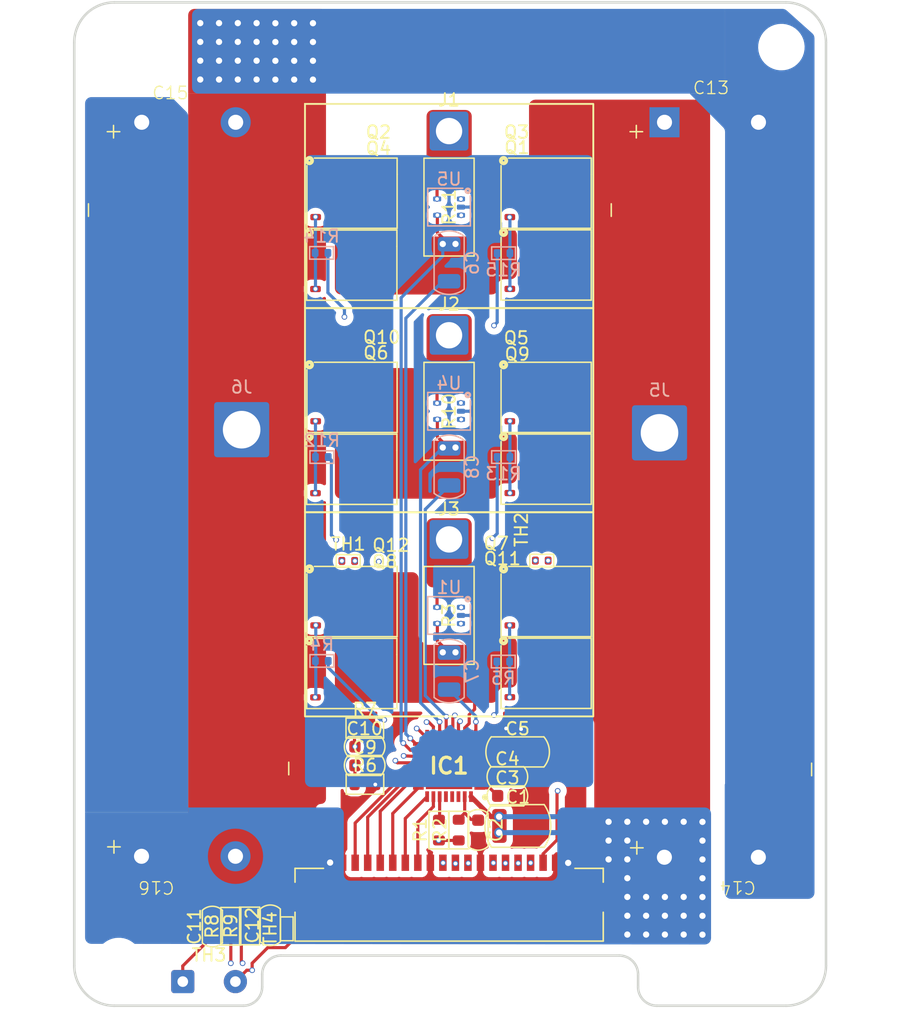
<source format=kicad_pcb>
(kicad_pcb (version 20221018) (generator pcbnew)
  (layers (0 "F.Cu" signal) (1 "In1.Cu" signal) (2 "In2.Cu" signal) (31 "B.Cu" signal) (34 "B.Paste" user) (35 "F.Paste" user) (36 "B.SilkS" user "B.Silkscreen") (37 "F.SilkS" user "F.Silkscreen") (38 "B.Mask" user) (39 "F.Mask" user) (44 "Edge.Cuts" user))
  (net 0 "")
  (net 1 "VCC")
  (net 2 "GND")
  (net 3 "Net-(IC1-RFE)")
  (net 4 "Net-(IC1-BJT_DR)")
  (net 5 "Net-(IC1-CP1)")
  (net 6 "Net-(IC1-CP2)")
  (net 7 "Net-(IC1-VCC)")
  (net 8 "Net-(IC1-VB3)")
  (net 9 "PHASE_C")
  (net 10 "Net-(IC1-VB1)")
  (net 11 "PHASE_A")
  (net 12 "Net-(IC1-VB2)")
  (net 13 "PHASE_B")
  (net 14 "TH_LOW")
  (net 15 "TH_HIGH")
  (net 16 "TH_DRIVER")
  (net 17 "TH_BOARD")
  (net 18 "Net-(IC1-HO1)")
  (net 19 "Net-(IC1-LO1)")
  (net 20 "Net-(IC1-HO2)")
  (net 21 "Net-(IC1-LO2)")
  (net 22 "Net-(IC1-HO3)")
  (net 23 "Net-(IC1-LO3)")
  (net 24 "LIN_C")
  (net 25 "LIN_B")
  (net 26 "LIN_A")
  (net 27 "HIN_C")
  (net 28 "HIN_B")
  (net 29 "HIN_A")
  (net 30 "Net-(IC1-ITRIP_CONF)")
  (net 35 "PHASE_C_CONN")
  (net 36 "PHASE_B_CONN")
  (net 37 "PHASE_A_CONN")
  (net 38 "CS_A")
  (net 39 "CS_B")
  (net 40 "CS_C")
  (net 41 "+3.3V")
  (net 42 "Net-(Q1-G)")
  (net 43 "Net-(Q2-G)")
  (net 44 "Net-(Q5-G)")
  (net 45 "Net-(Q10-G)")
  (net 46 "Net-(Q11-G)")
  (net 47 "Net-(Q12-G)")
  (footprint "Connector_Wire:SolderWire-1.5sqmm_1x01_D1.7mm_OD3mm" (layer "F.Cu") (at 29.914 42.8183)
    (fp_text reference "J3")
    (fp_text value "PHASE_A")
  )
  (footprint "PCM_Capacitor_SMD_AKL:C_0603_1608Metric" (layer "F.Cu") (at 11.024 73.6916 90)
    (fp_text reference "C11")
    (fp_text value "C" hide)
  )
  (footprint "PCM_Resistor_SMD_AKL:R_0402_1005Metric" (layer "F.Cu") (at 37.313 44.507)
    (fp_text reference "TH2")
    (fp_text value "Thermistor_NTC" hide)
  )
  (footprint "PCM_Resistor_SMD_AKL:R_2512_6332Metric" (layer "F.Cu") (at 29.914 16.3208 -90)
    (fp_text reference "R11")
    (fp_text value "1m" hide)
  )
  (footprint "CycleIQ:QFN50P500X500X90-33N-D" (layer "F.Cu") (at 29.914 60.8796 180)
    (fp_text reference "IC1")
    (fp_text value "6ED2742S01QXTMA1" hide)
  )
  (footprint "PCM_Resistor_SMD_AKL:R_0603_1608Metric" (layer "F.Cu") (at 23.1906 57.8674)
    (fp_text reference "R7")
    (fp_text value "10k" hide)
  )
  (footprint "MountingHole:MountingHole_3.2mm_M3" (layer "F.Cu") (at 3.5564 76.4348)
    (fp_text reference "REF**" hide)
    (fp_text value "MountingHole_3.2mm_M3")
  )
  (footprint "Connector_Wire:SolderWire-1.5sqmm_1x01_D1.7mm_OD3mm" (layer "F.Cu") (at 29.914 26.5389)
    (fp_text reference "J2")
    (fp_text value "PHASE_B")
  )
  (footprint "PCM_Resistor_SMD_AKL:R_0603_1608Metric" (layer "F.Cu") (at 13.9958 73.6408 90)
    (fp_text reference "R9")
    (fp_text value "10k" hide)
  )
  (footprint "PCM_Package_SON_AKL:Infineon_PG-TDSON-8" (layer "F.Cu") (at 37.6654 15.2125)
    (fp_text reference "Q3")
    (fp_text value "TPH1R306PL" hide)
  )
  (footprint "PCM_Resistor_SMD_AKL:R_0603_1608Metric" (layer "F.Cu") (at 12.4972 73.6662 90)
    (fp_text reference "R8")
    (fp_text value "10k" hide)
  )
  (footprint "PCM_Package_SON_AKL:Infineon_PG-TDSON-8" (layer "F.Cu") (at 37.6654 47.7713)
    (fp_text reference "Q7")
    (fp_text value "TPH1R306PL" hide)
  )
  (footprint "CycleIQ:CAPACITOR_16mm_27mm-reverse" (layer "F.Cu") (at 50.8512 59.661 180)
    (fp_text reference "C14")
    (fp_text value "680uF")
  )
  (footprint "Connector_Wire:SolderWire-0.25sqmm_1x02_P4.2mm_D0.65mm_OD1.7mm" (layer "F.Cu") (at 8.6618 78.0776)
    (fp_text reference "TH3")
    (fp_text value "Thermistor_NTC")
  )
  (footprint "PCM_Package_SON_AKL:Infineon_PG-TDSON-8" (layer "F.Cu") (at 22.1688 15.2125)
    (fp_text reference "Q2")
    (fp_text value "TPH1R306PL" hide)
  )
  (footprint "MountingHole:MountingHole_3.2mm_M3" (layer "F.Cu") (at 56.4392 76.4348)
    (fp_text reference "REF**" hide)
    (fp_text value "MountingHole_3.2mm_M3")
  )
  (footprint "PCM_Resistor_SMD_AKL:R_0402_1005Metric" (layer "F.Cu") (at 21.8698 44.5324)
    (fp_text reference "TH1")
    (fp_text value "Thermistor_NTC" hide)
  )
  (footprint "PCM_Package_SON_AKL:Infineon_PG-TDSON-8" (layer "F.Cu") (at 22.1526 20.9479)
    (fp_text reference "Q4")
    (fp_text value "TPH1R306PL" hide)
  )
  (footprint "MountingHole:MountingHole_3.2mm_M3" (layer "F.Cu") (at 3.5564 3.5622)
    (fp_text reference "REF**" hide)
    (fp_text value "MountingHole_3.2mm_M3")
  )
  (footprint "CycleIQ:686120148922" (layer "F.Cu") (at 29.9216 71.34925)
    (fp_text reference "J4" hide)
    (fp_text value "Conn_01x20")
  )
  (footprint "PCM_Capacitor_SMD_AKL:C_0603_1608Metric" (layer "F.Cu") (at 15.6468 73.59 90)
    (fp_text reference "C12")
    (fp_text value "C" hide)
  )
  (footprint "PCM_Capacitor_SMD_AKL:C_1206_3216Metric" (layer "F.Cu") (at 35.3826 59.763)
    (fp_text reference "C5")
    (fp_text value "10uF/25V" hide)
  )
  (footprint "PCM_Package_SON_AKL:Infineon_PG-TDSON-8" (layer "F.Cu") (at 37.6654 31.4919)
    (fp_text reference "Q5")
    (fp_text value "TPH1R306PL" hide)
  )
  (footprint "PCM_Package_SON_AKL:Infineon_PG-TDSON-8" (layer "F.Cu") (at 22.1688 47.7713)
    (fp_text reference "Q12")
    (fp_text value "TPH1R306PL" hide)
  )
  (footprint "PCM_Package_SON_AKL:Infineon_PG-TDSON-8" (layer "F.Cu") (at 37.6654 53.4965)
    (fp_text reference "Q11")
    (fp_text value "TPH1R306PL" hide)
  )
  (footprint "MountingHole:MountingHole_3.2mm_M3" (layer "F.Cu") (at 56.4392 3.5622)
    (fp_text reference "REF**" hide)
    (fp_text value "MountingHole_3.2mm_M3")
  )
  (footprint "PCM_Resistor_SMD_AKL:R_0603_1608Metric" (layer "F.Cu") (at 23.2028 62.3378)
    (fp_text reference "R6")
    (fp_text value "10k" hide)
  )
  (footprint "PCM_Package_SON_AKL:Infineon_PG-TDSON-8" (layer "F.Cu") (at 37.6654 20.9377)
    (fp_text reference "Q1")
    (fp_text value "TPH1R306PL" hide)
  )
  (footprint "PCM_Capacitor_SMD_AKL:C_0603_1608Metric" (layer "F.Cu") (at 23.1782 59.3406)
    (fp_text reference "C10")
    (fp_text value "C" hide)
  )
  (footprint "PCM_Package_SON_AKL:Infineon_PG-TDSON-8" (layer "F.Cu") (at 22.1526 37.2273)
    (fp_text reference "Q6")
    (fp_text value "TPH1R306PL" hide)
  )
  (footprint "PCM_Package_SON_AKL:Infineon_PG-TDSON-8" (layer "F.Cu") (at 37.6654 37.2171)
    (fp_text reference "Q9")
    (fp_text value "TPH1R306PL" hide)
  )
  (footprint "PCM_Capacitor_SMD_AKL:C_0603_1608Metric" (layer "F.Cu") (at 23.1782 60.8392)
    (fp_text reference "C9")
    (fp_text value "C" hide)
  )
  (footprint "CycleIQ:CAPACITOR_16mm_27mm-reverse" (layer "F.Cu") (at 9.119 59.5848 180)
    (fp_text reference "C16")
    (fp_text value "680uF")
  )
  (footprint "PCM_Capacitor_SMD_AKL:C_0603_1608Metric" (layer "F.Cu") (at 32.233 65.9824 -90)
    (fp_text reference "C2")
    (fp_text value "1nF" hide)
  )
  (footprint "PCM_Package_SON_AKL:Infineon_PG-TDSON-8" (layer "F.Cu") (at 22.1688 31.4919)
    (fp_text reference "Q10")
    (fp_text value "TPH1R306PL" hide)
  )
  (footprint "CycleIQ:CAPACITOR_16mm_27mm" (layer "F.Cu") (at 50.8604 0.0566)
    (fp_text reference "C13")
    (fp_text value "680uF" hide)
  )
  (footprint "PCM_Capacitor_SMD_AKL:C_1210_3225Metric" (layer "F.Cu") (at 35.408 65.6652)
    (fp_text reference "C1")
    (fp_text value "10uF/100V" hide)
  )
  (footprint "PCM_Resistor_SMD_AKL:R_2512_6332Metric" (layer "F.Cu") (at 29.914 48.8796 -90)
    (fp_text reference "R3")
    (fp_text value "1m" hide)
  )
  (footprint "Connector_Wire:SolderWire-1.5sqmm_1x01_D1.7mm_OD3mm" (layer "F.Cu") (at 29.914 10.2595)
    (fp_text reference "J1")
    (fp_text value "PHASE_C")
  )
  (footprint "PCM_Resistor_SMD_AKL:R_0603_1608Metric" (layer "F.Cu") (at 29.1088 65.9954 90)
    (fp_text reference "R1")
    (fp_text value "100k" hide)
  )
  (footprint "PCM_Package_SON_AKL:Infineon_PG-TDSON-8" (layer "F.Cu") (at 22.1526 53.5067)
    (fp_text reference "Q8")
    (fp_text value "TPH1R306PL" hide)
  )
  (footprint "PCM_Resistor_SMD_AKL:R_0603_1608Metric" (layer "F.Cu") (at 30.6836 65.9954 90)
    (fp_text reference "R2")
    (fp_text value "1M" hide)
  )
  (footprint "CycleIQ:CAPACITOR_16mm_27mm" (layer "F.Cu") (at 9.1352 0.0566)
    (fp_text reference "C15")
    (fp_text value "680uF" hide)
  )
  (footprint "PCM_Resistor_SMD_AKL:R_2512_6332Metric" (layer "F.Cu") (at 29.914 32.6002 -90)
    (fp_text reference "R10")
    (fp_text value "1m" hide)
  )
  (footprint "PCM_Capacitor_SMD_AKL:C_0603_1608Metric" (layer "F.Cu") (at 34.5698 61.7442)
    (fp_text reference "C4")
    (fp_text value "10nF/25V" hide)
  )
  (footprint "PCM_Resistor_SMD_AKL:R_0402_1005Metric" (layer "F.Cu") (at 16.9676 73.8694 90)
    (fp_text reference "TH4")
    (fp_text value "Thermistor_NTC" hide)
  )
  (footprint "PCM_Capacitor_SMD_AKL:C_0603_1608Metric" (layer "F.Cu") (at 34.5698 63.2682)
    (fp_text reference "C3")
    (fp_text value "1uF" hide)
  )
  (footprint "PCM_Package_TO_SOT_SMD_AKL:SOT-353_SC-70-5" (layer "B.Cu") (at 29.914 48.8796 180)
    (fp_text reference "U1")
    (fp_text value "~" hide)
  )
  (footprint "PCM_Package_TO_SOT_SMD_AKL:SOT-353_SC-70-5" (layer "B.Cu") (at 29.914 32.6002 180)
    (fp_text reference "U4")
    (fp_text value "~" hide)
  )
  (footprint "PCM_Capacitor_SMD_AKL:C_1206_3216Metric" (layer "B.Cu") (at 29.9216 53.3208 90)
    (fp_text reference "C7")
    (fp_text value "2.2uF" hide)
  )
  (footprint "PCM_Resistor_SMD_AKL:R_0402_1005Metric" (layer "B.Cu") (at 34.265 36.252)
    (fp_text reference "R13")
    (fp_text value "22" hide)
  )
  (footprint "PCM_Resistor_SMD_AKL:R_0402_1005Metric" (layer "B.Cu") (at 19.7616 52.508 180)
    (fp_text reference "R4")
    (fp_text value "22" hide)
  )
  (footprint "PCM_Capacitor_SMD_AKL:C_1206_3216Metric" (layer "B.Cu") (at 29.9216 20.758 90)
    (fp_text reference "C6")
    (fp_text value "2.2uF" hide)
  )
  (footprint "PCM_Resistor_SMD_AKL:R_0402_1005Metric" (layer "B.Cu") (at 34.2396 52.5588)
    (fp_text reference "R5")
    (fp_text value "22" hide)
  )
  (footprint "PCM_Package_TO_SOT_SMD_AKL:SOT-353_SC-70-5" (layer "B.Cu") (at 29.914 16.3208 180)
    (fp_text reference "U5")
    (fp_text value "~" hide)
  )
  (footprint "Connector_Wire:SolderWire-2.5sqmm_1x01_D2.4mm_OD4.4mm" (layer "B.Cu") (at 46.711 34.3216 180)
    (fp_text reference "J5")
    (fp_text value "BAT+")
  )
  (footprint "PCM_Resistor_SMD_AKL:R_0402_1005Metric" (layer "B.Cu") (at 34.265 19.996)
    (fp_text reference "R15")
    (fp_text value "22" hide)
  )
  (footprint "PCM_Resistor_SMD_AKL:R_0402_1005Metric" (layer "B.Cu") (at 19.7616 36.252 180)
    (fp_text reference "R12")
    (fp_text value "22" hide)
  )
  (footprint "PCM_Resistor_SMD_AKL:R_0402_1005Metric" (layer "B.Cu") (at 19.7362 19.9706 180)
    (fp_text reference "R14")
    (fp_text value "22" hide)
  )
  (footprint "Connector_Wire:SolderWire-2.5sqmm_1x01_D2.4mm_OD4.4mm" (layer "B.Cu") (at 13.3608 34.0676 180)
    (fp_text reference "J6")
    (fp_text value "BAT-")
  )
  (footprint "PCM_Capacitor_SMD_AKL:C_1206_3216Metric" (layer "B.Cu") (at 29.9216 37.0394 90)
    (fp_text reference "C8")
    (fp_text value "2.2uF" hide)
  )
  (gr_rect (start 18.4164 40.6521) (end 41.4268 56.9315) (stroke (width 0.15)) (fill none) (layer "F.SilkS"))
  (gr_rect (start 18.4164 24.3727) (end 41.4268 40.6521) (stroke (width 0.15)) (fill none) (layer "F.SilkS"))
  (gr_rect (start 18.4164 8.0933) (end 41.4268 24.3727) (stroke (width 0.15)) (fill none) (layer "F.SilkS"))
  (gr_line (start 45 77.5) (end 45 78.5) (stroke (width 0.2)) (layer "Edge.Cuts"))
  (gr_arc (start 60 76.8) (mid 59.062742 79.062742) (end 56.8 80) (stroke (width 0.2)) (layer "Edge.Cuts"))
  (gr_line (start 15 77.5) (end 15 78.5) (stroke (width 0.2)) (layer "Edge.Cuts"))
  (gr_line (start 16.5 76) (end 43.5 76) (stroke (width 0.2)) (layer "Edge.Cuts"))
  (gr_line (start 60 3.2) (end 60 76.8) (stroke (width 0.2)) (layer "Edge.Cuts"))
  (gr_arc (start 43.5 76) (mid 44.56066 76.43934) (end 45 77.5) (stroke (width 0.2)) (layer "Edge.Cuts"))
  (gr_arc (start 46.5 80) (mid 45.43934 79.56066) (end 45 78.5) (stroke (width 0.2)) (layer "Edge.Cuts"))
  (gr_arc (start 15 78.5) (mid 14.56066 79.56066) (end 13.5 80) (stroke (width 0.2)) (layer "Edge.Cuts"))
  (gr_line (start 0 76.8) (end 0 3.2) (stroke (width 0.2)) (layer "Edge.Cuts"))
  (gr_line (start 56.8 80) (end 46.5 80) (stroke (width 0.2)) (layer "Edge.Cuts"))
  (gr_line (start 13.5 80) (end 3.2 80) (stroke (width 0.2)) (layer "Edge.Cuts"))
  (gr_arc (start 0 3.2) (mid 0.937258 0.937258) (end 3.2 0) (stroke (width 0.2)) (layer "Edge.Cuts"))
  (gr_line (start 3.2 0) (end 56.8 0) (stroke (width 0.2)) (layer "Edge.Cuts"))
  (gr_arc (start 56.8 0) (mid 59.062742 0.937258) (end 60 3.2) (stroke (width 0.2)) (layer "Edge.Cuts"))
  (gr_arc (start 15 77.5) (mid 15.43934 76.43934) (end 16.5 76) (stroke (width 0.2)) (layer "Edge.Cuts"))
  (gr_arc (start 3.2 80) (mid 0.937258 79.062742) (end 0 76.8) (stroke (width 0.2)) (layer "Edge.Cuts"))
  (segment (start 33.9094 65.575) (end 33.933 65.5986) (width 0.4) (layer "F.Cu") (net 1))
  (segment (start 33.263 64.9286) (end 33.9094 64.9286) (width 0.4) (layer "F.Cu") (net 1))
  (segment (start 33.9094 66.1986) (end 33.933 65.6652) (width 0.4) (layer "F.Cu") (net 1))
  (segment (start 31.664 63.3296) (end 33.263 64.9286) (width 0.4) (layer "F.Cu") (net 1))
  (segment (start 33.933 65.5986) (end 33.9094 66.1986) (width 0.4) (layer "F.Cu") (net 1))
  (segment (start 33.9094 64.9286) (end 33.9094 65.575) (width 0.4) (layer "F.Cu") (net 1))
  (via (at 50.14 72.8346) (size 0.8) (drill 0.5) (layers "F.Cu" "B.Cu") (net 1))
  (via (at 44.1442 72.8266) (size 0.8) (drill 0.5) (layers "F.Cu" "B.Cu") (net 1))
  (via (at 44.1442 68.3308) (size 0.8) (drill 0.5) (layers "F.Cu" "B.Cu") (net 1))
  (via (at 48.64 65.3336) (size 0.8) (drill 0.5) (layers "F.Cu" "B.Cu") (net 1))
  (via (at 47.1414 74.3266) (size 0.8) (drill 0.5) (layers "F.Cu" "B.Cu") (net 1))
  (via (at 50.14 66.8388) (size 0.8) (drill 0.5) (layers "F.Cu" "B.Cu") (net 1))
  (via (at 33.9094 64.9286) (size 0.8) (drill 0.5) (layers "F.Cu" "B.Cu") (net 1))
  (via (at 39.4212 68.6116) (size 0.8) (drill 0.5) (layers "F.Cu" "B.Cu") (net 1))
  (via (at 42.6456 68.3322) (size 0.8) (drill 0.5) (layers "F.Cu" "B.Cu") (net 1))
  (via (at 42.6456 65.335) (size 0.8) (drill 0.5) (layers "F.Cu" "B.Cu") (net 1))
  (via (at 47.1414 65.3336) (size 0.8) (drill 0.5) (layers "F.Cu" "B.Cu") (net 1))
  (via (at 44.1442 65.3336) (size 0.8) (drill 0.5) (layers "F.Cu" "B.Cu") (net 1))
  (via (at 33.9094 66.1986) (size 0.8) (drill 0.5) (layers "F.Cu" "B.Cu") (net 1))
  (via (at 50.14 68.3388) (size 0.8) (drill 0.5) (layers "F.Cu" "B.Cu") (net 1))
  (via (at 45.6428 71.328) (size 0.8) (drill 0.5) (layers "F.Cu" "B.Cu") (net 1))
  (via (at 48.64 74.3266) (size 0.8) (drill 0.5) (layers "F.Cu" "B.Cu") (net 1))
  (via (at 42.6456 66.8322) (size 0.8) (drill 0.5) (layers "F.Cu" "B.Cu") (net 1))
  (via (at 45.6428 74.3266) (size 0.8) (drill 0.5) (layers "F.Cu" "B.Cu") (net 1))
  (via (at 47.1414 71.328) (size 0.8) (drill 0.5) (layers "F.Cu" "B.Cu") (net 1))
  (via (at 48.64 72.8266) (size 0.8) (drill 0.5) (layers "F.Cu" "B.Cu") (net 1))
  (via (at 44.1442 71.328) (size 0.8) (drill 0.5) (layers "F.Cu" "B.Cu") (net 1))
  (via (at 20.422 68.5862) (size 0.8) (drill 0.5) (layers "F.Cu" "B.Cu") (net 1))
  (via (at 45.6428 65.3336) (size 0.8) (drill 0.5) (layers "F.Cu" "B.Cu") (net 1))
  (via (at 48.64 71.328) (size 0.8) (drill 0.5) (layers "F.Cu" "B.Cu") (net 1))
  (via (at 44.1442 74.3266) (size 0.8) (drill 0.5) (layers "F.Cu" "B.Cu") (net 1))
  (via (at 50.14 69.8374) (size 0.8) (drill 0.5) (layers "F.Cu" "B.Cu") (net 1))
  (via (at 50.14 74.3346) (size 0.8) (drill 0.5) (layers "F.Cu" "B.Cu") (net 1))
  (via (at 50.14 71.336) (size 0.8) (drill 0.5) (layers "F.Cu" "B.Cu") (net 1))
  (via (at 45.6428 72.8266) (size 0.8) (drill 0.5) (layers "F.Cu" "B.Cu") (net 1))
  (via (at 50.14 65.3416) (size 0.8) (drill 0.5) (layers "F.Cu" "B.Cu") (net 1))
  (via (at 44.1442 66.8308) (size 0.8) (drill 0.5) (layers "F.Cu" "B.Cu") (net 1))
  (via (at 44.1442 69.8294) (size 0.8) (drill 0.5) (layers "F.Cu" "B.Cu") (net 1))
  (via (at 47.1414 72.8266) (size 0.8) (drill 0.5) (layers "F.Cu" "B.Cu") (net 1))
  (segment (start 33.9094 66.1986) (end 39.091 66.1986) (width 0.4) (layer "B.Cu") (net 1))
  (segment (start 33.9094 64.9286) (end 38.9132 64.9286) (width 0.4) (layer "B.Cu") (net 1))
  (segment (start 20.56715 67.2908) (end 18.8218 67.2908) (width 0.25) (layer "F.Cu") (net 2))
  (segment (start 32.364 58.9302) (end 33.4014 57.8928) (width 0.25) (layer "F.Cu") (net 2))
  (segment (start 32.364 60.1296) (end 32.364 59.1296) (width 0.25) (layer "F.Cu") (net 2))
  (segment (start 19.4828 72.574) (end 15.8878 72.574) (width 0.25) (layer "F.Cu") (net 2))
  (segment (start 11.024 72.9166) (end 12.4218 72.9166) (width 0.25) (layer "F.Cu") (net 2))
  (segment (start 21.4216 68.14525) (end 20.56715 67.2908) (width 0.25) (layer "F.Cu") (net 2))
  (segment (start 19.7362 72.8026) (end 19.7238 72.815) (width 0.25) (layer "F.Cu") (net 2))
  (segment (start 12.4218 72.9166) (end 12.4972 72.8412) (width 0.25) (layer "F.Cu") (net 2))
  (segment (start 20.3458 72.193) (end 20.3458 72.0406) (width 0.25) (layer "F.Cu") (net 2))
  (segment (start 13.9958 72.8158) (end 15.646 72.8158) (width 0.25) (layer "F.Cu") (net 2))
  (segment (start 15.8878 72.574) (end 15.6468 72.815) (width 0.25) (layer "F.Cu") (net 2))
  (segment (start 15.646 72.8158) (end 15.6468 72.815) (width 0.25) (layer "F.Cu") (net 2))
  (segment (start 21.4216 68.59925) (end 21.4216 68.14525) (width 0.25) (layer "F.Cu") (net 2))
  (segment (start 13.9704 72.8412) (end 13.9958 72.8158) (width 0.25) (layer "F.Cu") (net 2))
  (segment (start 12.4972 72.8412) (end 13.9704 72.8412) (width 0.25) (layer "F.Cu") (net 2))
  (segment (start 19.7238 72.815) (end 20.3458 72.193) (width 0.25) (layer "F.Cu") (net 2))
  (segment (start 32.364 59.1296) (end 32.364 58.9302) (width 0.25) (layer "F.Cu") (net 2))
  (segment (start 19.7238 72.815) (end 19.4828 72.574) (width 0.25) (layer "F.Cu") (net 2))
  (via (at 11.556 3.1478) (size 0.8) (drill 0.5) (layers "F.Cu" "B.Cu") (net 2))
  (via (at 13.0546 6.1478) (size 0.8) (drill 0.5) (layers "F.Cu" "B.Cu") (net 2))
  (via (at 14.5532 6.1478) (size 0.8) (drill 0.5) (layers "F.Cu" "B.Cu") (net 2))
  (via (at 16.0532 4.6558) (size 0.8) (drill 0.5) (layers "F.Cu" "B.Cu") (net 2))
  (via (at 17.5532 3.1544) (size 0.8) (drill 0.5) (layers "F.Cu" "B.Cu") (net 2))
  (via (at 19.0518 3.1544) (size 0.8) (drill 0.5) (layers "F.Cu" "B.Cu") (net 2))
  (via (at 19.0518 1.6558) (size 0.8) (drill 0.5) (layers "F.Cu" "B.Cu") (net 2))
  (via (at 13.0546 3.1478) (size 0.8) (drill 0.5) (layers "F.Cu" "B.Cu") (net 2))
  (via (at 34.4682 57.8928) (size 0.45) (drill 0.3) (layers "F.Cu" "B.Cu") (net 2))
  (via (at 14.5532 4.6478) (size 0.8) (drill 0.5) (layers "F.Cu" "B.Cu") (net 2))
  (via (at 16.0532 6.1558) (size 0.8) (drill 0.5) (layers "F.Cu" "B.Cu") (net 2))
  (via (at 19.0518 6.1544) (size 0.8) (drill 0.5) (layers "F.Cu" "B.Cu") (net 2))
  (via (at 14.5532 3.1478) (size 0.8) (drill 0.5) (layers "F.Cu" "B.Cu") (net 2))
  (via (at 19.0518 4.6544) (size 0.8) (drill 0.5) (layers "F.Cu" "B.Cu") (net 2))
  (via (at 10.0574 3.1478) (size 0.8) (drill 0.5) (layers "F.Cu" "B.Cu") (net 2))
  (via (at 16.0532 3.1558) (size 0.8) (drill 0.5) (layers "F.Cu" "B.Cu") (net 2))
  (via (at 17.5532 4.6544) (size 0.8) (drill 0.5) (layers "F.Cu" "B.Cu") (net 2))
  (via (at 17.5532 1.6558) (size 0.8) (drill 0.5) (layers "F.Cu" "B.Cu") (net 2))
  (via (at 11.556 4.6478) (size 0.8) (drill 0.5) (layers "F.Cu" "B.Cu") (net 2))
  (via (at 14.5532 1.6492) (size 0.8) (drill 0.5) (layers "F.Cu" "B.Cu") (net 2))
  (via (at 24.0288 62.3632) (size 0.45) (drill 0.3) (layers "F.Cu" "B.Cu") (net 2))
  (via (at 13.0546 4.6478) (size 0.8) (drill 0.5) (layers "F.Cu" "B.Cu") (net 2))
  (via (at 10.0574 6.1478) (size 0.8) (drill 0.5) (layers "F.Cu" "B.Cu") (net 2))
  (via (at 10.0574 4.6478) (size 0.8) (drill 0.5) (layers "F.Cu" "B.Cu") (net 2))
  (via (at 35.662 57.9436) (size 0.45) (drill 0.3) (layers "F.Cu" "B.Cu") (net 2))
  (via (at 10.0574 1.6492) (size 0.8) (drill 0.5) (layers "F.Cu" "B.Cu") (net 2))
  (via (at 16.0532 1.6572) (size 0.8) (drill 0.5) (layers "F.Cu" "B.Cu") (net 2))
  (via (at 11.556 6.1478) (size 0.8) (drill 0.5) (layers "F.Cu" "B.Cu") (net 2))
  (via (at 17.5532 6.1544) (size 0.8) (drill 0.5) (layers "F.Cu" "B.Cu") (net 2))
  (via (at 13.0546 1.6492) (size 0.8) (drill 0.5) (layers "F.Cu" "B.Cu") (net 2))
  (via (at 11.556 1.6492) (size 0.8) (drill 0.5) (layers "F.Cu" "B.Cu") (net 2))
  (segment (start 31.7054 32.6002) (end 31.725 32.6198) (width 0.25) (layer "B.Cu") (net 2))
  (segment (start 31.7288 48.8796) (end 31.7504 48.9012) (width 0.25) (layer "B.Cu") (net 2))
  (segment (start 30.864 32.6002) (end 31.7054 32.6002) (width 0.25) (layer "B.Cu") (net 2))
  (segment (start 30.864 16.3208) (end 31.8442 16.3208) (width 0.25) (layer "B.Cu") (net 2))
  (segment (start 30.864 48.8796) (end 31.7288 48.8796) (width 0.25) (layer "B.Cu") (net 2))
  (segment (start 31.8442 16.3208) (end 31.852 16.313) (width 0.25) (layer "B.Cu") (net 2))
  (segment (start 31.164 64.6384) (end 31.164 63.3296) (width 0.25) (layer "F.Cu") (net 3))
  (segment (start 32.0552 65.145) (end 31.6706 65.145) (width 0.25) (layer "F.Cu") (net 3))
  (segment (start 31.6706 65.145) (end 31.164 64.6384) (width 0.25) (layer "F.Cu") (net 3))
  (segment (start 31.1792 63.3448) (end 31.164 63.3296) (width 0.25) (layer "F.Cu") (net 3))
  (segment (start 30.582 65.2204) (end 31.164 64.6384) (width 0.25) (layer "F.Cu") (net 3))
  (segment (start 32.364 62.6296) (end 33.1562 62.6296) (width 0.25) (layer "F.Cu") (net 4))
  (segment (start 32.364 62.6296) (end 32.364 62.1296) (width 0.25) (layer "F.Cu") (net 4))
  (segment (start 33.1562 62.6296) (end 33.7948 63.2682) (width 0.25) (layer "F.Cu") (net 4))
  (segment (start 33.7948 61.7442) (end 33.6802 61.6296) (width 0.25) (layer "F.Cu") (net 5))
  (segment (start 33.6802 61.6296) (end 32.364 61.6296) (width 0.25) (layer "F.Cu") (net 5))
  (segment (start 33.039 61.1296) (end 32.364 61.1296) (width 0.25) (layer "F.Cu") (net 6))
  (segment (start 35.3448 61.7442) (end 34.6178 61.0172) (width 0.25) (layer "F.Cu") (net 6))
  (segment (start 33.1514 61.0172) (end 33.039 61.1296) (width 0.25) (layer "F.Cu") (net 6))
  (segment (start 34.6178 61.0172) (end 33.1514 61.0172) (width 0.25) (layer "F.Cu") (net 6))
  (segment (start 32.364 60.6296) (end 33.041 60.6296) (width 0.25) (layer "F.Cu") (net 7))
  (segment (start 33.041 60.6296) (end 33.9076 59.763) (width 0.25) (layer "F.Cu") (net 7))
  (segment (start 26.8228 58.6802) (end 26.7212 58.7818) (width 0.25) (layer "F.Cu") (net 8))
  (segment (start 27.2722 59.1296) (end 27.464 59.1296) (width 0.25) (layer "F.Cu") (net 8))
  (segment (start 26.8228 58.6802) (end 27.2722 59.1296) (width 0.25) (layer "F.Cu") (net 8))
  (via (at 26.8228 58.6802) (size 0.45) (drill 0.3) (layers "F.Cu" "B.Cu") (net 8))
  (segment (start 29.4118 22.233) (end 29.9216 22.233) (width 0.25) (layer "B.Cu") (net 8))
  (segment (start 26.8228 58.6802) (end 26.4672 58.3246) (width 0.25) (layer "B.Cu") (net 8))
  (segment (start 26.4672 25.1776) (end 29.4118 22.233) (width 0.25) (layer "B.Cu") (net 8))
  (segment (start 26.4672 58.3246) (end 26.4672 25.1776) (width 0.25) (layer "B.Cu") (net 8))
  (segment (start 29.4136 18.7829) (end 29.4136 19.2594) (width 0.25) (layer "F.Cu") (net 9))
  (segment (start 30.4296 19.2594) (end 29.914 19.2833) (width 0.25) (layer "F.Cu") (net 9))
  (segment (start 26.8324 59.6296) (end 26.264 59.0612) (width 0.25) (layer "F.Cu") (net 9))
  (segment (start 29.4136 19.2594) (end 29.8901 19.2594) (width 0.25) (layer "F.Cu") (net 9))
  (segment (start 28.9808 18.3501) (end 29.4136 18.7829) (width 0.25) (layer "F.Cu") (net 9))
  (segment (start 29.8901 19.2594) (end 30.4296 19.2594) (width 0.25) (layer "F.Cu") (net 9))
  (segment (start 26.264 59.0612) (end 26.2132 59.112) (width 0.25) (layer "F.Cu") (net 9))
  (segment (start 28.9808 16.9651) (end 28.9808 18.3501) (width 0.25) (layer "F.Cu") (net 9))
  (segment (start 27.464 59.6296) (end 26.8324 59.6296) (width 0.25) (layer "F.Cu") (net 9))
  (via (at 29.4136 19.2594) (size 0.8) (drill 0.5) (layers "F.Cu" "B.Cu") (net 9))
  (via (at 28.9808 16.9651) (size 0.45) (drill 0.3) (layers "F.Cu" "B.Cu") (net 9))
  (via (at 30.4296 19.2594) (size 0.8) (drill 0.5) (layers "F.Cu" "B.Cu") (net 9))
  (via (at 26.264 59.0612) (size 0.45) (drill 0.3) (layers "F.Cu" "B.Cu") (net 9))
  (segment (start 29.4136 20.2246) (end 29.4136 19.2594) (width 0.25) (layer "B.Cu") (net 9))
  (segment (start 26.0902 58.8874) (end 26.0902 23.548) (width 0.25) (layer "B.Cu") (net 9))
  (segment (start 26.264 59.0612) (end 26.0902 58.8874) (width 0.25) (layer "B.Cu") (net 9))
  (segment (start 26.0902 23.548) (end 29.4136 20.2246) (width 0.25) (layer "B.Cu") (net 9))
  (segment (start 31.664 58.4296) (end 32.0552 58.0384) (width 0.25) (layer "F.Cu") (net 10))
  (segment (start 32.0552 58.0384) (end 32.0552 57.3594) (width 0.25) (layer "F.Cu") (net 10))
  (segment (start 32.0552 57.3594) (end 32.106 57.4102) (width 0.25) (layer "F.Cu") (net 10))
  (via (at 32.0552 57.3594) (size 0.45) (drill 0.3) (layers "F.Cu" "B.Cu") (net 10))
  (segment (start 32.0552 57.3594) (end 32.0552 56.9294) (width 0.25) (layer "B.Cu") (net 10))
  (segment (start 32.0552 56.9294) (end 29.9216 54.7958) (width 0.25) (layer "B.Cu") (net 10))
  (segment (start 28.9808 50.9089) (end 29.4136 51.3417) (width 0.25) (layer "F.Cu") (net 11))
  (segment (start 31.9536 56.362937) (end 31.9536 55.4798) (width 0.25) (layer "F.Cu") (net 11))
  (segment (start 29.8941 51.8222) (end 30.4296 51.8222) (width 0.25) (layer "F.Cu") (net 11))
  (segment (start 31.164 58.4296) (end 31.164 57.8506) (width 0.25) (layer "F.Cu") (net 11))
  (segment (start 29.4136 51.3417) (end 29.4136 51.8222) (width 0.25) (layer "F.Cu") (net 11))
  (segment (start 28.9808 49.5239) (end 28.9808 50.9089) (width 0.25) (layer "F.Cu") (net 11))
  (segment (start 30.4296 51.8222) (end 29.914 51.8421) (width 0.25) (layer "F.Cu") (net 11))
  (segment (start 31.5218 57.4928) (end 31.5218 56.794737) (width 0.25) (layer "F.Cu") (net 11))
  (segment (start 31.5218 56.794737) (end 31.9536 56.362937) (width 0.25) (layer "F.Cu") (net 11))
  (segment (start 31.164 57.8506) (end 31.5218 57.4928) (width 0.25) (layer "F.Cu") (net 11))
  (segment (start 29.4136 51.8222) (end 29.8941 51.8222) (width 0.25) (layer "F.Cu") (net 11))
  (via (at 30.4296 51.8222) (size 0.8) (drill 0.5) (layers "F.Cu" "B.Cu") (net 11))
  (via (at 28.9808 49.5239) (size 0.45) (drill 0.3) (layers "F.Cu" "B.Cu") (net 11))
  (via (at 29.4136 51.8222) (size 0.8) (drill 0.5) (layers "F.Cu" "B.Cu") (net 11))
  (segment (start 29.6846 56.9614) (end 29.6846 58.409) (width 0.25) (layer "F.Cu") (net 12))
  (segment (start 29.693 56.953) (end 29.6846 56.9614) (width 0.25) (layer "F.Cu") (net 12))
  (segment (start 29.6846 58.409) (end 29.664 58.4296) (width 0.25) (layer "F.Cu") (net 12))
  (via (at 29.693 56.953) (size 0.45) (drill 0.3) (layers "F.Cu" "B.Cu") (net 12))
  (segment (start 29.693 56.953) (end 28.0166 55.2766) (width 0.25) (layer "B.Cu") (net 12))
  (segment (start 28.0166 40.4194) (end 29.9216 38.5144) (width 0.25) (layer "B.Cu") (net 12))
  (segment (start 28.0166 55.2766) (end 28.0166 40.4194) (width 0.25) (layer "B.Cu") (net 12))
  (segment (start 29.164 57.3638) (end 29.164 58.4296) (width 0.25) (layer "F.Cu") (net 13))
  (segment (start 30.4296 35.49) (end 29.914 35.5627) (width 0.25) (layer "F.Cu") (net 13))
  (segment (start 29.4136 35.49) (end 29.8413 35.49) (width 0.25) (layer "F.Cu") (net 13))
  (segment (start 28.9808 34.6295) (end 29.4136 35.0623) (width 0.25) (layer "F.Cu") (net 13))
  (segment (start 29.8413 35.49) (end 30.4296 35.49) (width 0.25) (layer "F.Cu") (net 13))
  (segment (start 29.1596 57.3594) (end 29.164 57.3638) (width 0.25) (layer "F.Cu") (net 13))
  (segment (start 29.4136 35.0623) (end 29.4136 35.49) (width 0.25) (layer "F.Cu") (net 13))
  (segment (start 28.9808 33.2445) (end 28.9808 34.6295) (width 0.25) (layer "F.Cu") (net 13))
  (via (at 29.4136 35.49) (size 0.8) (drill 0.5) (layers "F.Cu" "B.Cu") (net 13))
  (via (at 30.4296 35.49) (size 0.8) (drill 0.5) (layers "F.Cu" "B.Cu") (net 13))
  (via (at 29.1596 57.3594) (size 0.45) (drill 0.3) (layers "F.Cu" "B.Cu") (net 13))
  (via (at 28.9808 33.2445) (size 0.45) (drill 0.3) (layers "F.Cu" "B.Cu") (net 13))
  (segment (start 29.1596 57.3594) (end 27.6396 55.8394) (width 0.25) (layer "B.Cu") (net 13))
  (segment (start 27.6396 55.8394) (end 27.6396 37.264) (width 0.25) (layer "B.Cu") (net 13))
  (segment (start 27.6396 37.264) (end 29.4136 35.49) (width 0.25) (layer "B.Cu") (net 13))
  (segment (start 22.4032 62.3124) (end 22.3778 62.3378) (width 0.25) (layer "F.Cu") (net 14))
  (segment (start 22.4032 60.8392) (end 22.4032 62.3124) (width 0.25) (layer "F.Cu") (net 14))
  (via (at 33.4522 68.6116) (size 0.45) (drill 0.3) (layers "F.Cu" "B.Cu") (net 14))
  (via (at 21.3618 44.5324) (size 0.45) (drill 0.3) (layers "F.Cu" "B.Cu") (net 14))
  (via (at 22.4032 60.8392) (size 0.45) (drill 0.3) (layers "F.Cu" "B.Cu") (net 14))
  (segment (start 22.3656 59.303) (end 22.4032 59.3406) (width 0.25) (layer "F.Cu") (net 15))
  (segment (start 22.3656 57.8674) (end 22.3656 59.303) (width 0.25) (layer "F.Cu") (net 15))
  (via (at 22.4032 59.3406) (size 0.45) (drill 0.3) (layers "F.Cu" "B.Cu") (net 15))
  (via (at 36.805 44.507) (size 0.45) (drill 0.3) (layers "F.Cu" "B.Cu") (net 15))
  (via (at 24.3082 44.5832) (size 0.45) (drill 0.3) (layers "F.Cu" "B.Cu") (net 15))
  (via (at 34.4174 68.637) (size 0.45) (drill 0.3) (layers "F.Cu" "B.Cu") (net 15))
  (segment (start 12.4972 76.6126) (end 12.4972 74.4912) (width 0.25) (layer "F.Cu") (net 16))
  (segment (start 8.6618 78.0776) (end 8.6618 76.8288) (width 0.25) (layer "F.Cu") (net 16))
  (segment (start 12.4726 74.4666) (end 11.024 74.4666) (width 0.25) (layer "F.Cu") (net 16))
  (segment (start 8.6618 76.8288) (end 11.024 74.4666) (width 0.25) (layer "F.Cu") (net 16))
  (via (at 35.4334 68.637) (size 0.45) (drill 0.3) (layers "F.Cu" "B.Cu") (net 16))
  (via (at 12.4972 76.6126) (size 0.45) (drill 0.3) (layers "F.Cu" "B.Cu") (net 16))
  (segment (start 15.6468 74.365) (end 14.0966 74.365) (width 0.25) (layer "F.Cu") (net 17))
  (segment (start 13.437 76.6126) (end 13.3354 76.511) (width 0.25) (layer "F.Cu") (net 17))
  (segment (start 15.6846 74.4028) (end 15.6468 74.365) (width 0.25) (layer "F.Cu") (net 17))
  (segment (start 13.3354 75.1262) (end 13.9958 74.4658) (width 0.25) (layer "F.Cu") (net 17))
  (segment (start 16.9676 74.3794) (end 16.9676 74.4028) (width 0.25) (layer "F.Cu") (net 17))
  (segment (start 13.3354 76.511) (end 13.3354 75.1262) (width 0.25) (layer "F.Cu") (net 17))
  (segment (start 16.9676 74.4028) (end 15.6846 74.4028) (width 0.25) (layer "F.Cu") (net 17))
  (segment (start 14.0966 74.365) (end 13.9958 74.4658) (width 0.25) (layer "F.Cu") (net 17))
  (via (at 13.437 76.6126) (size 0.45) (drill 0.3) (layers "F.Cu" "B.Cu") (net 17))
  (via (at 36.424 68.6116) (size 0.45) (drill 0.3) (layers "F.Cu" "B.Cu") (net 17))
  (segment (start 30.8106 57.301256) (end 30.8106 57.2832) (width 0.25) (layer "F.Cu") (net 18))
  (segment (start 30.793697 57.318159) (end 30.775641 57.318159) (width 0.25) (layer "F.Cu") (net 18))
  (segment (start 30.775641 57.318159) (end 30.664 57.4298) (width 0.25) (layer "F.Cu") (net 18))
  (segment (start 30.664 57.4298) (end 30.664 58.4296) (width 0.25) (layer "F.Cu") (net 18))
  (segment (start 30.793697 57.318159) (end 30.8106 57.301256) (width 0.25) (layer "F.Cu") (net 18))
  (via (at 33.503 56.826) (size 0.45) (drill 0.3) (layers "F.Cu" "B.Cu") (net 18))
  (via (at 30.793697 57.318159) (size 0.45) (drill 0.3) (layers "F.Cu" "B.Cu") (net 18))
  (segment (start 33.7296 56.5994) (end 33.7296 52.5588) (width 0.25) (layer "B.Cu") (net 18))
  (segment (start 33.503 56.826) (end 33.7296 56.5994) (width 0.25) (layer "B.Cu") (net 18))
  (segment (start 33.7296 52.5588) (end 33.7316 52.5588) (width 0.25) (layer "B.Cu") (net 18))
  (segment (start 30.218 57.0122) (end 30.3788 56.8514) (width 0.25) (layer "F.Cu") (net 19))
  (segment (start 30.218 58.3756) (end 30.218 57.0122) (width 0.25) (layer "F.Cu") (net 19))
  (segment (start 30.164 58.4296) (end 30.218 58.3756) (width 0.25) (layer "F.Cu") (net 19))
  (via (at 30.3788 56.8514) (size 0.45) (drill 0.3) (layers "F.Cu" "B.Cu") (net 19))
  (via (at 24.74 57.207) (size 0.45) (drill 0.3) (layers "F.Cu" "B.Cu") (net 19))
  (segment (start 20.2716 53.0434) (end 20.2716 52.508) (width 0.25) (layer "B.Cu") (net 19))
  (segment (start 24.74 57.207) (end 24.4352 57.207) (width 0.25) (layer "B.Cu") (net 19))
  (segment (start 24.4352 57.207) (end 20.2716 53.0434) (width 0.25) (layer "B.Cu") (net 19))
  (segment (start 28.2688 57.3594) (end 28.1182 57.3848) (width 0.25) (layer "F.Cu") (net 20))
  (segment (start 28.664 58.4296) (end 28.664 57.7546) (width 0.25) (layer "F.Cu") (net 20))
  (segment (start 28.1182 57.3848) (end 28.1436 57.3594) (width 0.25) (layer "F.Cu") (net 20))
  (segment (start 28.664 57.7546) (end 28.2688 57.3594) (width 0.25) (layer "F.Cu") (net 20))
  (via (at 33.376 42.729) (size 0.45) (drill 0.3) (layers "F.Cu" "B.Cu") (net 20))
  (via (at 28.1182 57.3848) (size 0.45) (drill 0.3) (layers "F.Cu" "B.Cu") (net 20))
  (segment (start 33.755 42.35) (end 33.755 36.252) (width 0.25) (layer "B.Cu") (net 20))
  (segment (start 33.376 42.729) (end 33.755 42.35) (width 0.25) (layer "B.Cu") (net 20))
  (segment (start 27.3308 57.8928) (end 27.3308 57.842) (width 0.25) (layer "F.Cu") (net 21))
  (segment (start 27.3816 57.8928) (end 27.3308 57.8928) (width 0.25) (layer "F.Cu") (net 21))
  (segment (start 28.164 58.4296) (end 27.9184 58.4296) (width 0.25) (layer "F.Cu") (net 21))
  (segment (start 27.9184 58.4296) (end 27.3816 57.8928) (width 0.25) (layer "F.Cu") (net 21))
  (segment (start 27.3308 57.842) (end 27.3816 57.8928) (width 0.25) (layer "F.Cu") (net 21))
  (via (at 20.9046 42.856) (size 0.45) (drill 0.3) (layers "F.Cu" "B.Cu") (net 21))
  (via (at 27.3308 57.8928) (size 0.45) (drill 0.3) (layers "F.Cu" "B.Cu") (net 21))
  (segment (start 20.5236 42.475) (end 20.5236 36.504) (width 0.25) (layer "B.Cu") (net 21))
  (segment (start 20.9046 42.856) (end 20.5236 42.475) (width 0.25) (layer "B.Cu") (net 21))
  (segment (start 20.5236 36.504) (end 20.2716 36.252) (width 0.25) (layer "B.Cu") (net 21))
  (segment (start 26.2894 60.0772) (end 26.2402 60.1296) (width 0.25) (layer "F.Cu") (net 22))
  (segment (start 27.464 60.1296) (end 26.2894 60.0772) (width 0.25) (layer "F.Cu") (net 22))
  (via (at 33.503 25.7618) (size 0.45) (drill 0.3) (layers "F.Cu" "B.Cu") (net 22))
  (via (at 26.2894 60.0772) (size 0.45) (drill 0.3) (layers "F.Cu" "B.Cu") (net 22))
  (segment (start 33.503 25.7618) (end 33.755 25.5098) (width 0.25) (layer "B.Cu") (net 22))
  (segment (start 33.755 25.5098) (end 33.755 19.996) (width 0.25) (layer "B.Cu") (net 22))
  (segment (start 27.464 60.6296) (end 25.8004 60.6296) (width 0.25) (layer "F.Cu") (net 23))
  (segment (start 25.8004 60.6296) (end 25.629 60.4582) (width 0.25) (layer "F.Cu") (net 23))
  (segment (start 25.629 60.4582) (end 25.6544 60.4836) (width 0.25) (layer "F.Cu") (net 23))
  (via (at 21.565 25.076) (size 0.45) (drill 0.3) (layers "F.Cu" "B.Cu") (net 23))
  (via (at 25.629 60.4582) (size 0.45) (drill 0.3) (layers "F.Cu" "B.Cu") (net 23))
  (segment (start 20.2462 23.1476) (end 20.2462 19.9706) (width 0.25) (layer "B.Cu") (net 23))
  (segment (start 21.565 25.076) (end 21.565 24.4664) (width 0.25) (layer "B.Cu") (net 23))
  (segment (start 21.565 24.4664) (end 20.2462 23.1476) (width 0.25) (layer "B.Cu") (net 23))
  (segment (start 26.722684 61.1296) (end 22.4216 65.430684) (width 0.25) (layer "F.Cu") (net 24))
  (segment (start 27.464 61.1296) (end 26.722684 61.1296) (width 0.25) (layer "F.Cu") (net 24))
  (segment (start 22.4216 65.430684) (end 22.4216 68.59925) (width 0.25) (layer "F.Cu") (net 24))
  (segment (start 26.755842 61.6296) (end 23.4216 64.963842) (width 0.25) (layer "F.Cu") (net 25))
  (segment (start 23.4216 64.963842) (end 23.4216 68.59925) (width 0.25) (layer "F.Cu") (net 25))
  (segment (start 27.464 61.6296) (end 26.755842 61.6296) (width 0.25) (layer "F.Cu") (net 25))
  (segment (start 24.4216 64.497) (end 24.4216 68.59925) (width 0.25) (layer "F.Cu") (net 26))
  (segment (start 27.464 62.1296) (end 26.789 62.1296) (width 0.25) (layer "F.Cu") (net 26))
  (segment (start 26.789 62.1296) (end 24.4216 64.497) (width 0.25) (layer "F.Cu") (net 26))
  (segment (start 25.4216 64.672) (end 25.4216 68.59925) (width 0.25) (layer "F.Cu") (net 27))
  (segment (start 27.464 62.6296) (end 25.4216 64.672) (width 0.25) (layer "F.Cu") (net 27))
  (segment (start 26.4216 65.072) (end 26.4216 68.59925) (width 0.25) (layer "F.Cu") (net 28))
  (segment (start 28.164 63.3296) (end 26.4216 65.072) (width 0.25) (layer "F.Cu") (net 28))
  (segment (start 28.664 64.1296) (end 27.4216 65.372) (width 0.25) (layer "F.Cu") (net 29))
  (segment (start 27.4216 65.372) (end 27.4216 68.59925) (width 0.25) (layer "F.Cu") (net 29))
  (segment (start 28.664 63.3296) (end 28.664 64.1296) (width 0.25) (layer "F.Cu") (net 29))
  (segment (start 29.164 65.1152) (end 29.1088 65.1704) (width 0.25) (layer "F.Cu") (net 30))
  (segment (start 29.164 63.3296) (end 29.164 65.1152) (width 0.25) (layer "F.Cu") (net 30))
  (segment (start 28.9554 15.6697) (end 28.9554 14.3169) (width 0.25) (layer "F.Cu") (net 35))
  (segment (start 28.9554 14.3169) (end 29.914 13.3583) (width 0.25) (layer "F.Cu") (net 35))
  (via (at 28.9554 15.6697) (size 0.45) (drill 0.3) (layers "F.Cu" "B.Cu") (net 35))
  (segment (start 28.9554 30.5963) (end 29.914 29.6377) (width 0.25) (layer "F.Cu") (net 36))
  (segment (start 28.9554 31.9491) (end 28.9554 30.5963) (width 0.25) (layer "F.Cu") (net 36))
  (via (at 28.9554 31.9491) (size 0.45) (drill 0.3) (layers "F.Cu" "B.Cu") (net 36))
  (segment (start 28.9554 48.2285) (end 28.9554 46.8757) (width 0.25) (layer "F.Cu") (net 37))
  (segment (start 28.9554 46.8757) (end 29.914 45.9171) (width 0.25) (layer "F.Cu") (net 37))
  (via (at 28.9554 48.2285) (size 0.45) (drill 0.3) (layers "F.Cu" "B.Cu") (net 37))
  (via (at 30.8868 48.2408) (size 0.45) (drill 0.3) (layers "F.Cu" "B.Cu") (net 38))
  (via (at 29.439 68.6116) (size 0.45) (drill 0.3) (layers "F.Cu" "B.Cu") (net 38))
  (via (at 30.8614 31.934) (size 0.45) (drill 0.3) (layers "F.Cu" "B.Cu") (net 39))
  (via (at 30.4296 68.6624) (size 0.45) (drill 0.3) (layers "F.Cu" "B.Cu") (net 39))
  (via (at 30.8614 15.678) (size 0.45) (drill 0.3) (layers "F.Cu" "B.Cu") (net 40))
  (via (at 31.4456 68.637) (size 0.45) (drill 0.3) (layers "F.Cu" "B.Cu") (net 40))
  (segment (start 17.5396 74.678442) (end 17.5396 73.9314) (width 0.25) (layer "F.Cu") (net 41))
  (segment (start 37.4216 67.8934) (end 37.4216 68.59925) (width 0.25) (layer "F.Cu") (net 41))
  (segment (start 17.0692 73.336) (end 17.0692 73.2578) (width 0.25) (layer "F.Cu") (net 41))
  (segment (start 15.4436 75.368) (end 16.850042 75.368) (width 0.25) (layer "F.Cu") (net 41))
  (segment (start 38.583 62.8712) (end 38.5322 62.922) (width 0.25) (layer "F.Cu") (net 41))
  (segment (start 14.199 76.6126) (end 15.4436 75.368) (width 0.25) (layer "F.Cu") (net 41))
  (segment (start 16.850042 75.368) (end 17.5396 74.678442) (width 0.25) (layer "F.Cu") (net 41))
  (segment (start 14.199 77.1714) (end 14.199 76.6126) (width 0.25) (layer "F.Cu") (net 41))
  (segment (start 16.991 73.336) (end 17.0692 73.336) (width 0.25) (layer "F.Cu") (net 41))
  (segment (start 13.768 77.1714) (end 12.8618 78.0776) (width 0.25) (layer "F.Cu") (net 41))
  (segment (start 17.5396 73.9314) (end 16.9676 73.3594) (width 0.25) (layer "F.Cu") (net 41))
  (segment (start 38.5322 62.922) (end 38.5322 66.7828) (width 0.25) (layer "F.Cu") (net 41))
  (segment (start 17.0692 73.2578) (end 16.9676 73.3594) (width 0.25) (layer "F.Cu") (net 41))
  (segment (start 14.199 77.1714) (end 13.768 77.1714) (width 0.25) (layer "F.Cu") (net 41))
  (segment (start 29.1088 66.8204) (end 30.6836 66.8204) (width 0.25) (layer "F.Cu") (net 41))
  (segment (start 38.5322 66.7828) (end 37.4216 67.8934) (width 0.25) (layer "F.Cu") (net 41))
  (via (at 38.583 62.8712) (size 0.45) (drill 0.3) (layers "F.Cu" "B.Cu") (net 41))
  (via (at 30.8868 16.9734) (size 0.45) (drill 0.3) (layers "F.Cu" "B.Cu") (net 41))
  (via (at 29.0834 66.8082) (size 0.45) (drill 0.3) (layers "F.Cu" "B.Cu") (net 41))
  (via (at 30.8614 49.5362) (size 0.45) (drill 0.3) (layers "F.Cu" "B.Cu") (net 41))
  (via (at 30.8868 33.2548) (size 0.45) (drill 0.3) (layers "F.Cu" "B.Cu") (net 41))
  (via (at 14.199 77.1714) (size 0.45) (drill 0.3) (layers "F.Cu" "B.Cu") (net 41))
  (via (at 37.821 44.507) (size 0.45) (drill 0.3) (layers "F.Cu" "B.Cu") (net 41))
  (via (at 22.4032 44.5324) (size 0.45) (drill 0.3) (layers "F.Cu" "B.Cu") (net 41))
  (via (at 34.7476 17.1258) (size 0.45) (drill 0.3) (layers "F.Cu" "B.Cu") (net 42))
  (via (at 34.773 22.8408) (size 0.45) (drill 0.3) (layers "F.Cu" "B.Cu") (net 42))
  (segment (start 34.7476 17.1258) (end 34.773 17.1512) (width 0.25) (layer "B.Cu") (net 42))
  (segment (start 34.773 17.1512) (end 34.773 22.8408) (width 0.25) (layer "B.Cu") (net 42))
  (via (at 19.2536 22.8408) (size 0.45) (drill 0.3) (layers "F.Cu" "B.Cu") (net 43))
  (via (at 19.2536 17.1004) (size 0.45) (drill 0.3) (layers "F.Cu" "B.Cu") (net 43))
  (segment (start 19.2536 17.1004) (end 19.2536 22.8408) (width 0.25) (layer "B.Cu") (net 43))
  (via (at 34.773 33.3818) (size 0.45) (drill 0.3) (layers "F.Cu" "B.Cu") (net 44))
  (via (at 34.773 39.1222) (size 0.45) (drill 0.3) (layers "F.Cu" "B.Cu") (net 44))
  (segment (start 34.773 33.3818) (end 34.773 39.1222) (width 0.25) (layer "B.Cu") (net 44))
  (via (at 19.2282 39.1222) (size 0.45) (drill 0.3) (layers "F.Cu" "B.Cu") (net 45))
  (via (at 19.2536 33.3818) (size 0.45) (drill 0.3) (layers "F.Cu" "B.Cu") (net 45))
  (segment (start 19.2536 33.3818) (end 19.2536 39.0968) (width 0.25) (layer "B.Cu") (net 45))
  (segment (start 19.2536 39.0968) (end 19.2282 39.1222) (width 0.25) (layer "B.Cu") (net 45))
  (via (at 34.7476 49.6632) (size 0.45) (drill 0.3) (layers "F.Cu" "B.Cu") (net 46))
  (via (at 34.7476 55.4036) (size 0.45) (drill 0.3) (layers "F.Cu" "B.Cu") (net 46))
  (segment (start 34.7476 49.6632) (end 34.7476 55.4036) (width 0.25) (layer "B.Cu") (net 46))
  (via (at 19.2282 55.4036) (size 0.45) (drill 0.3) (layers "F.Cu" "B.Cu") (net 47))
  (via (at 19.279 49.6632) (size 0.45) (drill 0.3) (layers "F.Cu" "B.Cu") (net 47))
  (segment (start 19.2282 55.4036) (end 19.279 55.3528) (width 0.25) (layer "B.Cu") (net 47))
  (segment (start 19.279 55.3528) (end 19.279 49.6632) (width 0.25) (layer "B.Cu") (net 47))
  (zone (net 2) (net_name "GND") (layer "F.Cu") (priority 2) (connect_pads yes (clearance 0.5)) (min_thickness 0.25) (fill yes (thermal_gap 0.5) (thermal_bridge_width 0.5) (smoothing fillet) (radius 0.5))
    (polygon (pts (xy 9.0936 7.0166) (xy 20.0918 7.0166) (xy 20.0918 63.9126) (xy 19.278045 63.911448) (xy 19.278915 69.78) (xy 16.4342 69.78) (xy 16.4342 71.2786) (xy 9.0936 71.277335)))
  )
  (zone (net 37) (net_name "PHASE_A_CONN") (layer "F.Cu") (priority 1) (connect_pads yes (clearance 0.5)) (min_thickness 0.25) (fill yes (thermal_gap 0.5) (thermal_bridge_width 0.5) (smoothing fillet) (radius 0.5))
    (polygon (pts (xy 28.1182 46.6444) (xy 28.1182 41.1326) (xy 31.725 41.1326) (xy 31.725 46.6444)))
  )
  (zone (net 35) (net_name "PHASE_C_CONN") (layer "F.Cu") (priority 1) (connect_pads yes (clearance 0.5)) (min_thickness 0.25) (fill yes (thermal_gap 0.5) (thermal_bridge_width 0.5) (smoothing fillet) (radius 0.5))
    (polygon (pts (xy 28.1182 14.0856) (xy 28.1182 8.5738) (xy 31.725 8.5738) (xy 31.725 14.0856)))
  )
  (zone (net 13) (net_name "PHASE_B") (layer "F.Cu") (connect_pads yes (clearance 0.5)) (min_thickness 0.25) (fill yes (thermal_gap 0.5) (thermal_bridge_width 0.5) (smoothing fillet) (radius 0.5))
    (polygon (pts (xy 20.802 29.1551) (xy 27.4822 29.1551) (xy 27.4822 34.4129) (xy 28.0156 34.9463) (xy 31.7748 34.9463) (xy 32.1812 34.5399) (xy 32.1812 29.2059) (xy 35.3308 29.2059) (xy 35.3308 32.5079) (xy 33.8322 32.5079) (xy 33.8322 34.3113) (xy 35.3308 34.3113) (xy 35.3308 38.3499) (xy 33.8068 38.3499) (xy 33.8068 39.5691) (xy 20.802 39.5691)))
  )
  (zone (net 2) (net_name "GND") (layer "F.Cu") (priority 10) (connect_pads yes (clearance 1)) (min_thickness 0.25) (fill yes (thermal_gap 0.5) (thermal_bridge_width 0.5) (smoothing fillet) (radius 0.5))
    (polygon (pts (xy 20.0918 0.5142) (xy 9.0936 0.5142) (xy 9.0936 7.2706) (xy 20.0918 7.2706)))
  )
  (zone (net 9) (net_name "PHASE_C") (layer "F.Cu") (connect_pads yes (clearance 0.5)) (min_thickness 0.25) (fill yes (thermal_gap 0.5) (thermal_bridge_width 0.5) (smoothing fillet) (radius 0.5))
    (polygon (pts (xy 20.802 12.8757) (xy 27.4822 12.8757) (xy 27.4822 18.1335) (xy 28.0156 18.6669) (xy 31.7748 18.6669) (xy 32.1812 18.2605) (xy 32.1812 12.9265) (xy 35.3308 12.9265) (xy 35.3308 16.2285) (xy 33.8322 16.2285) (xy 33.8322 18.0319) (xy 35.3308 18.0319) (xy 35.3308 22.0705) (xy 33.8068 22.0705) (xy 33.8068 23.2897) (xy 20.802 23.2897)))
  )
  (zone (net 1) (net_name "VCC") (layer "F.Cu") (priority 5) (connect_pads yes (clearance 0.5)) (min_thickness 0.25) (fill yes (thermal_gap 0.5) (thermal_bridge_width 0.5) (smoothing fillet) (radius 0.5))
    (polygon (pts (xy 36.297 7.7532) (xy 50.7496 7.7532) (xy 50.7496 75.084494) (xy 43.510592 75.103217) (xy 43.510603 69.678783) (xy 41.504 69.683148) (xy 41.504 57.0038) (xy 36.297 57.0038)))
  )
  (zone (net 2) (net_name "GND") (layer "F.Cu") (priority 3) (connect_pads yes (clearance 0.5)) (min_thickness 0.25) (fill yes (thermal_gap 0.5) (thermal_bridge_width 0.5) (smoothing fillet) (radius 0.5))
    (polygon (pts (xy 21.2602 66.8844) (xy 21.2602 56.5466) (xy 40.869 56.5466) (xy 40.869 74.9616) (xy 19.533 74.9616) (xy 19.533 66.8844)))
  )
  (zone (net 11) (net_name "PHASE_A") (layer "F.Cu") (connect_pads yes (clearance 0.5)) (min_thickness 0.25) (fill yes (thermal_gap 0.5) (thermal_bridge_width 0.5) (smoothing fillet) (radius 0.5))
    (polygon (pts (xy 20.802 45.4345) (xy 27.4822 45.4345) (xy 27.4822 50.6923) (xy 28.0156 51.2257) (xy 31.7748 51.2257) (xy 32.1812 50.8193) (xy 32.1812 45.4853) (xy 35.3308 45.4853) (xy 35.3308 48.7873) (xy 33.8322 48.7873) (xy 33.8322 50.5907) (xy 35.3308 50.5907) (xy 35.3308 54.6293) (xy 33.8068 54.6293) (xy 33.8068 55.8485) (xy 20.802 55.8485)))
  )
  (zone (net 36) (net_name "PHASE_B_CONN") (layer "F.Cu") (priority 1) (connect_pads yes (clearance 0.5)) (min_thickness 0.25) (fill yes (thermal_gap 0.5) (thermal_bridge_width 0.5) (smoothing fillet) (radius 0.5))
    (polygon (pts (xy 28.1182 30.365) (xy 28.1182 24.8532) (xy 31.725 24.8532) (xy 31.725 30.365)))
  )
  (zone (net 1) (net_name "VCC") (layer "B.Cu") (priority 7) (connect_pads yes (clearance 1)) (min_thickness 0.25) (fill yes (thermal_gap 0.5) (thermal_bridge_width 0.5) (smoothing fillet) (radius 0.5))
    (polygon (pts (xy 0.864 7.55) (xy 7.7728 7.55) (xy 9.0936 8.8708) (xy 9.0936 64.573) (xy 0.864 64.573)))
  )
  (zone (net 1) (net_name "VCC") (layer "B.Cu") (priority 6) (connect_pads yes (clearance 1)) (min_thickness 0.25) (fill yes (thermal_gap 0.5) (thermal_bridge_width 0.5) (smoothing fillet) (radius 0.5))
    (polygon (pts (xy 50.8258 72.4216) (xy 50.8258 75.117672) (xy 0.864 75.066872) (xy 0.864 64.192) (xy 21.5142 64.192) (xy 21.5142 70.034) (xy 38.5576 70.034) (xy 38.5576 64.192) (xy 50.8258 64.192)))
  )
  (zone (net 2) (net_name "GND") (layer "B.Cu") (priority 9) (connect_pads yes (clearance 1)) (min_thickness 0.25) (fill yes (thermal_gap 0.5) (thermal_bridge_width 0.5) (smoothing fillet) (radius 0.5))
    (polygon (pts (xy 51.9434 0.5142) (xy 9.3984 0.5142) (xy 9.3984 7.2706) (xy 51.9434 7.2706)))
  )
  (zone (net 2) (net_name "GND") (layer "B.Cu") (priority 8) (connect_pads yes (clearance 1)) (min_thickness 0.25) (fill yes (thermal_gap 0.5) (thermal_bridge_width 0.5) (smoothing fillet) (radius 0.5))
    (polygon (pts (xy 49.124 7.279499) (xy 51.9434 10.1154) (xy 51.9434 62.3124) (xy 51.918 62.3124) (xy 51.918 71.4818) (xy 59.0808 71.4818) (xy 59.0808 2.6224) (xy 56.7186 0.5142) (xy 49.124 0.5142)))
  )
  (zone (net 2) (net_name "GND") (layer "B.Cu") (priority 11) (connect_pads yes (clearance 0.5)) (min_thickness 0.25) (fill yes (thermal_gap 0.5) (thermal_bridge_width 0.5) (smoothing fillet) (radius 0.5))
    (polygon (pts (xy 18.4154 12.1728) (xy 41.4278 12.1728) (xy 41.4278 62.5664) (xy 18.4154 62.5664)))
  )
)
</source>
